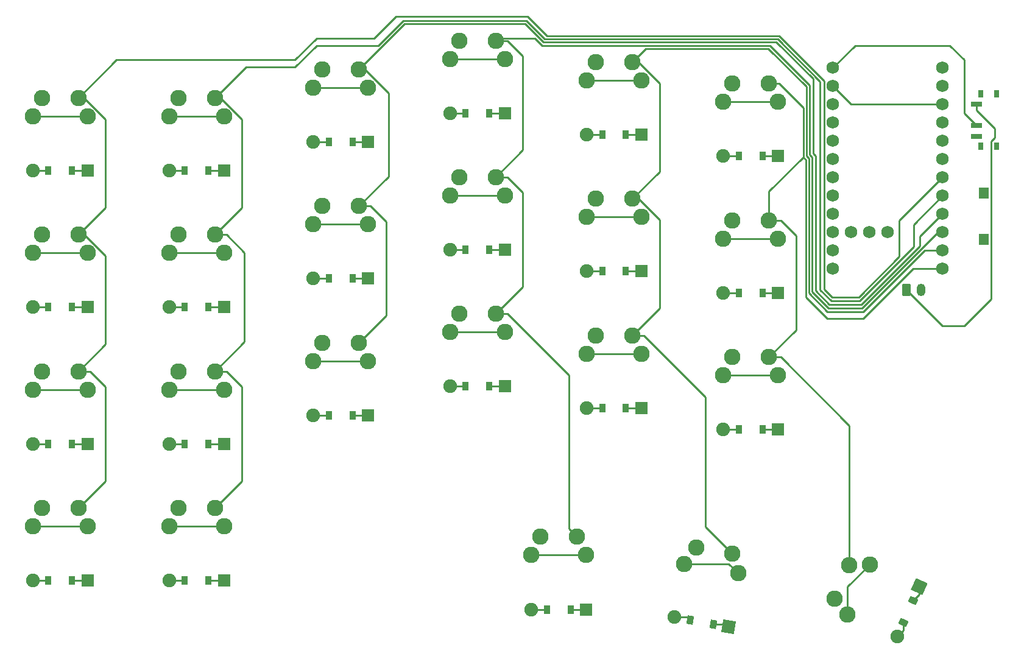
<source format=gbl>
%TF.GenerationSoftware,KiCad,Pcbnew,9.0.2*%
%TF.CreationDate,2025-06-03T16:56:12+08:00*%
%TF.ProjectId,experiment,65787065-7269-46d6-956e-742e6b696361,v1.0.0*%
%TF.SameCoordinates,Original*%
%TF.FileFunction,Copper,L2,Bot*%
%TF.FilePolarity,Positive*%
%FSLAX46Y46*%
G04 Gerber Fmt 4.6, Leading zero omitted, Abs format (unit mm)*
G04 Created by KiCad (PCBNEW 9.0.2) date 2025-06-03 16:56:12*
%MOMM*%
%LPD*%
G01*
G04 APERTURE LIST*
G04 Aperture macros list*
%AMRoundRect*
0 Rectangle with rounded corners*
0 $1 Rounding radius*
0 $2 $3 $4 $5 $6 $7 $8 $9 X,Y pos of 4 corners*
0 Add a 4 corners polygon primitive as box body*
4,1,4,$2,$3,$4,$5,$6,$7,$8,$9,$2,$3,0*
0 Add four circle primitives for the rounded corners*
1,1,$1+$1,$2,$3*
1,1,$1+$1,$4,$5*
1,1,$1+$1,$6,$7*
1,1,$1+$1,$8,$9*
0 Add four rect primitives between the rounded corners*
20,1,$1+$1,$2,$3,$4,$5,0*
20,1,$1+$1,$4,$5,$6,$7,0*
20,1,$1+$1,$6,$7,$8,$9,0*
20,1,$1+$1,$8,$9,$2,$3,0*%
%AMRotRect*
0 Rectangle, with rotation*
0 The origin of the aperture is its center*
0 $1 length*
0 $2 width*
0 $3 Rotation angle, in degrees counterclockwise*
0 Add horizontal line*
21,1,$1,$2,0,0,$3*%
G04 Aperture macros list end*
%TA.AperFunction,ComponentPad*%
%ADD10C,2.286000*%
%TD*%
%TA.AperFunction,ComponentPad*%
%ADD11R,1.778000X1.778000*%
%TD*%
%TA.AperFunction,SMDPad,CuDef*%
%ADD12R,0.900000X1.200000*%
%TD*%
%TA.AperFunction,ComponentPad*%
%ADD13C,1.905000*%
%TD*%
%TA.AperFunction,SMDPad,CuDef*%
%ADD14R,0.800000X1.000000*%
%TD*%
%TA.AperFunction,SMDPad,CuDef*%
%ADD15R,1.500000X0.700000*%
%TD*%
%TA.AperFunction,ComponentPad*%
%ADD16RoundRect,0.250000X-0.350000X-0.625000X0.350000X-0.625000X0.350000X0.625000X-0.350000X0.625000X0*%
%TD*%
%TA.AperFunction,ComponentPad*%
%ADD17O,1.200000X1.750000*%
%TD*%
%TA.AperFunction,ComponentPad*%
%ADD18RotRect,1.778000X1.778000X170.000000*%
%TD*%
%TA.AperFunction,SMDPad,CuDef*%
%ADD19RotRect,0.900000X1.200000X170.000000*%
%TD*%
%TA.AperFunction,ComponentPad*%
%ADD20R,1.400000X1.500000*%
%TD*%
%TA.AperFunction,ComponentPad*%
%ADD21C,1.752600*%
%TD*%
%TA.AperFunction,ComponentPad*%
%ADD22RotRect,1.778000X1.778000X246.000000*%
%TD*%
%TA.AperFunction,SMDPad,CuDef*%
%ADD23RotRect,0.900000X1.200000X246.000000*%
%TD*%
%TA.AperFunction,Conductor*%
%ADD24C,0.250000*%
%TD*%
G04 APERTURE END LIST*
D10*
%TO.P,S3,1*%
%TO.N,P022*%
X130810000Y-109320000D03*
X135890000Y-109320000D03*
%TO.P,S3,2*%
%TO.N,pinkyfar_home*%
X129540000Y-111860000D03*
X137160000Y-111860000D03*
%TD*%
%TO.P,S7,1*%
%TO.N,P024*%
X149810000Y-109320000D03*
X154890000Y-109320000D03*
%TO.P,S7,2*%
%TO.N,pinky_home*%
X148540000Y-111860000D03*
X156160000Y-111860000D03*
%TD*%
%TO.P,S13,1*%
%TO.N,P011*%
X188812500Y-101320000D03*
X193892500Y-101320000D03*
%TO.P,S13,2*%
%TO.N,middle_home*%
X187542500Y-103860000D03*
X195162500Y-103860000D03*
%TD*%
D11*
%TO.P,D20,1*%
%TO.N,P029*%
X233162500Y-98400000D03*
D12*
X231002500Y-98400000D03*
%TO.P,D20,2*%
%TO.N,indexfar_top*%
X227702500Y-98400000D03*
D13*
X225542500Y-98400000D03*
%TD*%
D11*
%TO.P,D5,1*%
%TO.N,P113*%
X156160000Y-157400000D03*
D12*
X154000000Y-157400000D03*
%TO.P,D5,2*%
%TO.N,pinky_mod*%
X150700000Y-157400000D03*
D13*
X148540000Y-157400000D03*
%TD*%
D10*
%TO.P,S12,1*%
%TO.N,P011*%
X188812500Y-120320000D03*
X193892500Y-120320000D03*
%TO.P,S12,2*%
%TO.N,middle_low*%
X187542500Y-122860000D03*
X195162500Y-122860000D03*
%TD*%
D11*
%TO.P,D10,1*%
%TO.N,P002*%
X176162500Y-115400000D03*
D12*
X174002500Y-115400000D03*
%TO.P,D10,2*%
%TO.N,ring_home*%
X170702500Y-115400000D03*
D13*
X168542500Y-115400000D03*
%TD*%
D11*
%TO.P,D8,1*%
%TO.N,P029*%
X156160000Y-100400000D03*
D12*
X154000000Y-100400000D03*
%TO.P,D8,2*%
%TO.N,pinky_top*%
X150700000Y-100400000D03*
D13*
X148540000Y-100400000D03*
%TD*%
D14*
%TO.P,T1,*%
%TO.N,*%
X261338500Y-97050000D03*
X263548500Y-97050000D03*
D15*
X260688500Y-95650000D03*
D14*
X261338500Y-89750000D03*
X263548500Y-89750000D03*
D15*
%TO.P,T1,1*%
%TO.N,pos*%
X260688500Y-91150000D03*
%TO.P,T1,2*%
%TO.N,RAW*%
X260688500Y-94150000D03*
%TD*%
D10*
%TO.P,S19,1*%
%TO.N,P106*%
X226812500Y-107320000D03*
X231892500Y-107320000D03*
%TO.P,S19,2*%
%TO.N,indexfar_home*%
X225542500Y-109860000D03*
X233162500Y-109860000D03*
%TD*%
D11*
%TO.P,D17,1*%
%TO.N,P029*%
X214162500Y-95400000D03*
D12*
X212002500Y-95400000D03*
%TO.P,D17,2*%
%TO.N,index_top*%
X208702500Y-95400000D03*
D13*
X206542500Y-95400000D03*
%TD*%
D10*
%TO.P,S1,1*%
%TO.N,P022*%
X130810000Y-147320000D03*
X135890000Y-147320000D03*
%TO.P,S1,2*%
%TO.N,pinkyfar_mod*%
X129540000Y-149860000D03*
X137160000Y-149860000D03*
%TD*%
%TO.P,S17,1*%
%TO.N,P104*%
X207812500Y-85320000D03*
X212892500Y-85320000D03*
%TO.P,S17,2*%
%TO.N,index_top*%
X206542500Y-87860000D03*
X214162500Y-87860000D03*
%TD*%
%TO.P,S11,1*%
%TO.N,P100*%
X169812500Y-86320000D03*
X174892500Y-86320000D03*
%TO.P,S11,2*%
%TO.N,ring_top*%
X168542500Y-88860000D03*
X176162500Y-88860000D03*
%TD*%
D11*
%TO.P,D4,1*%
%TO.N,P029*%
X137160000Y-100400000D03*
D12*
X135000000Y-100400000D03*
%TO.P,D4,2*%
%TO.N,pinkyfar_top*%
X131700000Y-100400000D03*
D13*
X129540000Y-100400000D03*
%TD*%
D11*
%TO.P,D12,1*%
%TO.N,P115*%
X195162500Y-130400000D03*
D12*
X193002500Y-130400000D03*
%TO.P,D12,2*%
%TO.N,middle_low*%
X189702500Y-130400000D03*
D13*
X187542500Y-130400000D03*
%TD*%
D10*
%TO.P,S16,1*%
%TO.N,P104*%
X207812500Y-104320000D03*
X212892500Y-104320000D03*
%TO.P,S16,2*%
%TO.N,index_home*%
X206542500Y-106860000D03*
X214162500Y-106860000D03*
%TD*%
%TO.P,S21,1*%
%TO.N,P011*%
X200142500Y-151320000D03*
X205222500Y-151320000D03*
%TO.P,S21,2*%
%TO.N,layer2_layerkey*%
X198872500Y-153860000D03*
X206492500Y-153860000D03*
%TD*%
D11*
%TO.P,D15,1*%
%TO.N,P115*%
X214162500Y-133400000D03*
D12*
X212002500Y-133400000D03*
%TO.P,D15,2*%
%TO.N,index_low*%
X208702500Y-133400000D03*
D13*
X206542500Y-133400000D03*
%TD*%
D10*
%TO.P,S20,1*%
%TO.N,P106*%
X226812500Y-88320000D03*
X231892500Y-88320000D03*
%TO.P,S20,2*%
%TO.N,indexfar_top*%
X225542500Y-90860000D03*
X233162500Y-90860000D03*
%TD*%
D11*
%TO.P,D18,1*%
%TO.N,P115*%
X233162500Y-136400000D03*
D12*
X231002500Y-136400000D03*
%TO.P,D18,2*%
%TO.N,indexfar_low*%
X227702500Y-136400000D03*
D13*
X225542500Y-136400000D03*
%TD*%
D11*
%TO.P,D11,1*%
%TO.N,P029*%
X176162500Y-96400000D03*
D12*
X174002500Y-96400000D03*
%TO.P,D11,2*%
%TO.N,ring_top*%
X170702500Y-96400000D03*
D13*
X168542500Y-96400000D03*
%TD*%
D16*
%TO.P,_1,1*%
%TO.N,pos*%
X251000000Y-117000000D03*
D17*
%TO.P,_1,2*%
%TO.N,GND*%
X253000000Y-117000000D03*
%TD*%
D11*
%TO.P,D13,1*%
%TO.N,P002*%
X195162500Y-111400000D03*
D12*
X193002500Y-111400000D03*
%TO.P,D13,2*%
%TO.N,middle_home*%
X189702500Y-111400000D03*
D13*
X187542500Y-111400000D03*
%TD*%
D11*
%TO.P,D19,1*%
%TO.N,P002*%
X233162500Y-117400000D03*
D12*
X231002500Y-117400000D03*
%TO.P,D19,2*%
%TO.N,indexfar_home*%
X227702500Y-117400000D03*
D13*
X225542500Y-117400000D03*
%TD*%
D11*
%TO.P,D3,1*%
%TO.N,P002*%
X137160000Y-119400000D03*
D12*
X135000000Y-119400000D03*
%TO.P,D3,2*%
%TO.N,pinkyfar_home*%
X131700000Y-119400000D03*
D13*
X129540000Y-119400000D03*
%TD*%
D11*
%TO.P,D14,1*%
%TO.N,P029*%
X195162500Y-92400000D03*
D12*
X193002500Y-92400000D03*
%TO.P,D14,2*%
%TO.N,middle_top*%
X189702500Y-92400000D03*
D13*
X187542500Y-92400000D03*
%TD*%
D18*
%TO.P,D22,1*%
%TO.N,P113*%
X226275522Y-163810147D03*
D19*
X224148335Y-163435066D03*
%TO.P,D22,2*%
%TO.N,layer1_layerkey*%
X220898469Y-162862028D03*
D13*
X218771282Y-162486947D03*
%TD*%
D11*
%TO.P,D9,1*%
%TO.N,P115*%
X176162500Y-134400000D03*
D12*
X174002500Y-134400000D03*
%TO.P,D9,2*%
%TO.N,ring_low*%
X170702500Y-134400000D03*
D13*
X168542500Y-134400000D03*
%TD*%
D11*
%TO.P,D2,1*%
%TO.N,P115*%
X137160000Y-138400000D03*
D12*
X135000000Y-138400000D03*
%TO.P,D2,2*%
%TO.N,pinkyfar_low*%
X131700000Y-138400000D03*
D13*
X129540000Y-138400000D03*
%TD*%
D10*
%TO.P,S5,1*%
%TO.N,P024*%
X149810000Y-147320000D03*
X154890000Y-147320000D03*
%TO.P,S5,2*%
%TO.N,pinky_mod*%
X148540000Y-149860000D03*
X156160000Y-149860000D03*
%TD*%
D11*
%TO.P,D16,1*%
%TO.N,P002*%
X214162500Y-114400000D03*
D12*
X212002500Y-114400000D03*
%TO.P,D16,2*%
%TO.N,index_home*%
X208702500Y-114400000D03*
D13*
X206542500Y-114400000D03*
%TD*%
D10*
%TO.P,S2,1*%
%TO.N,P022*%
X130810000Y-128320000D03*
X135890000Y-128320000D03*
%TO.P,S2,2*%
%TO.N,pinkyfar_low*%
X129540000Y-130860000D03*
X137160000Y-130860000D03*
%TD*%
D11*
%TO.P,D7,1*%
%TO.N,P002*%
X156160000Y-119400000D03*
D12*
X154000000Y-119400000D03*
%TO.P,D7,2*%
%TO.N,pinky_home*%
X150700000Y-119400000D03*
D13*
X148540000Y-119400000D03*
%TD*%
D10*
%TO.P,S6,1*%
%TO.N,P024*%
X149810000Y-128320000D03*
X154890000Y-128320000D03*
%TO.P,S6,2*%
%TO.N,pinky_low*%
X148540000Y-130860000D03*
X156160000Y-130860000D03*
%TD*%
%TO.P,S10,1*%
%TO.N,P100*%
X169812500Y-105320000D03*
X174892500Y-105320000D03*
%TO.P,S10,2*%
%TO.N,ring_home*%
X168542500Y-107860000D03*
X176162500Y-107860000D03*
%TD*%
%TO.P,S18,1*%
%TO.N,P106*%
X226812500Y-126320000D03*
X231892500Y-126320000D03*
%TO.P,S18,2*%
%TO.N,indexfar_low*%
X225542500Y-128860000D03*
X233162500Y-128860000D03*
%TD*%
%TO.P,S15,1*%
%TO.N,P104*%
X207812500Y-123320000D03*
X212892500Y-123320000D03*
%TO.P,S15,2*%
%TO.N,index_low*%
X206542500Y-125860000D03*
X214162500Y-125860000D03*
%TD*%
D11*
%TO.P,D21,1*%
%TO.N,P113*%
X206492500Y-161400000D03*
D12*
X204332500Y-161400000D03*
%TO.P,D21,2*%
%TO.N,layer2_layerkey*%
X201032500Y-161400000D03*
D13*
X198872500Y-161400000D03*
%TD*%
D20*
%TO.P,S24,1*%
%TO.N,RST*%
X261737500Y-103485000D03*
%TO.P,S24,2*%
%TO.N,GND*%
X261737500Y-109985000D03*
%TD*%
D11*
%TO.P,D1,1*%
%TO.N,P113*%
X137160000Y-157400000D03*
D12*
X135000000Y-157400000D03*
%TO.P,D1,2*%
%TO.N,pinkyfar_mod*%
X131700000Y-157400000D03*
D13*
X129540000Y-157400000D03*
%TD*%
D11*
%TO.P,D6,1*%
%TO.N,P115*%
X156160000Y-138400000D03*
D12*
X154000000Y-138400000D03*
%TO.P,D6,2*%
%TO.N,pinky_low*%
X150700000Y-138400000D03*
D13*
X148540000Y-138400000D03*
%TD*%
D10*
%TO.P,S23,1*%
%TO.N,P106*%
X240998353Y-159902780D03*
X243064575Y-155261969D03*
%TO.P,S23,2*%
%TO.N,space_layerkey*%
X242802203Y-162096094D03*
X245901536Y-155134878D03*
%TD*%
%TO.P,S4,1*%
%TO.N,P022*%
X130810000Y-90320000D03*
X135890000Y-90320000D03*
%TO.P,S4,2*%
%TO.N,pinkyfar_top*%
X129540000Y-92860000D03*
X137160000Y-92860000D03*
%TD*%
%TO.P,S22,1*%
%TO.N,P104*%
X221772364Y-152780618D03*
X226775187Y-153662751D03*
%TO.P,S22,2*%
%TO.N,layer1_layerkey*%
X220080592Y-155061497D03*
X227584827Y-156384696D03*
%TD*%
D21*
%TO.P,MCU1,1*%
%TO.N,P006*%
X256022500Y-86097500D03*
%TO.P,MCU1,2*%
%TO.N,P008*%
X256022500Y-88637500D03*
%TO.P,MCU1,3*%
%TO.N,GND*%
X256022500Y-91177500D03*
%TO.P,MCU1,4*%
X256022500Y-93717500D03*
%TO.P,MCU1,5*%
%TO.N,P017*%
X256022500Y-96257500D03*
%TO.P,MCU1,6*%
%TO.N,P020*%
X256022500Y-98797500D03*
%TO.P,MCU1,7*%
%TO.N,P022*%
X256022500Y-101337500D03*
%TO.P,MCU1,8*%
%TO.N,P024*%
X256022500Y-103877500D03*
%TO.P,MCU1,9*%
%TO.N,P100*%
X256022500Y-106417500D03*
%TO.P,MCU1,10*%
%TO.N,P011*%
X256022500Y-108957500D03*
%TO.P,MCU1,11*%
%TO.N,P104*%
X256022500Y-111497500D03*
%TO.P,MCU1,12*%
%TO.N,P106*%
X256022500Y-114037500D03*
%TO.P,MCU1,13*%
%TO.N,P009*%
X240782500Y-114037500D03*
%TO.P,MCU1,14*%
%TO.N,P010*%
X240782500Y-111497500D03*
%TO.P,MCU1,15*%
%TO.N,P111*%
X240782500Y-108957500D03*
%TO.P,MCU1,16*%
%TO.N,P113*%
X240782500Y-106417500D03*
%TO.P,MCU1,17*%
%TO.N,P115*%
X240782500Y-103877500D03*
%TO.P,MCU1,18*%
%TO.N,P002*%
X240782500Y-101337500D03*
%TO.P,MCU1,19*%
%TO.N,P029*%
X240782500Y-98797500D03*
%TO.P,MCU1,20*%
%TO.N,P031*%
X240782500Y-96257500D03*
%TO.P,MCU1,21*%
%TO.N,VCC*%
X240782500Y-93717500D03*
%TO.P,MCU1,22*%
%TO.N,RST*%
X240782500Y-91177500D03*
%TO.P,MCU1,23*%
%TO.N,GND*%
X240782500Y-88637500D03*
%TO.P,MCU1,24*%
%TO.N,RAW*%
X240782500Y-86097500D03*
%TO.P,MCU1,31*%
%TO.N,P101*%
X243322500Y-108957500D03*
%TO.P,MCU1,32*%
%TO.N,P102*%
X245862500Y-108957500D03*
%TO.P,MCU1,33*%
%TO.N,P107*%
X248402500Y-108957500D03*
%TD*%
D10*
%TO.P,S14,1*%
%TO.N,P011*%
X188812500Y-82320000D03*
X193892500Y-82320000D03*
%TO.P,S14,2*%
%TO.N,middle_top*%
X187542500Y-84860000D03*
X195162500Y-84860000D03*
%TD*%
%TO.P,S9,1*%
%TO.N,P100*%
X169812500Y-124320000D03*
X174892500Y-124320000D03*
%TO.P,S9,2*%
%TO.N,ring_low*%
X168542500Y-126860000D03*
X176162500Y-126860000D03*
%TD*%
%TO.P,S8,1*%
%TO.N,P024*%
X149810000Y-90320000D03*
X154890000Y-90320000D03*
%TO.P,S8,2*%
%TO.N,pinky_top*%
X148540000Y-92860000D03*
X156160000Y-92860000D03*
%TD*%
D22*
%TO.P,D23,1*%
%TO.N,P113*%
X252789669Y-158201672D03*
D23*
X251911117Y-160174930D03*
%TO.P,D23,2*%
%TO.N,space_layerkey*%
X250568887Y-163189630D03*
D13*
X249690335Y-165162888D03*
%TD*%
D24*
%TO.N,P022*%
X136697480Y-90320000D02*
X139656900Y-93279420D01*
X244362190Y-118000000D02*
X250000000Y-112362190D01*
X137506446Y-128320000D02*
X139656900Y-130470454D01*
X136697480Y-109320000D02*
X139656900Y-112279420D01*
X250000000Y-112362190D02*
X250000000Y-107360000D01*
X250000000Y-107360000D02*
X256022500Y-101337500D01*
X240637810Y-118000000D02*
X244362190Y-118000000D01*
X139656900Y-112279420D02*
X139656900Y-124553100D01*
X180000000Y-79000000D02*
X198353000Y-79000000D01*
X139656900Y-124553100D02*
X135890000Y-128320000D01*
X135890000Y-90320000D02*
X136697480Y-90320000D01*
X239580200Y-116942390D02*
X240637810Y-118000000D01*
X198353000Y-79000000D02*
X201000000Y-81647000D01*
X135890000Y-90320000D02*
X141210000Y-85000000D01*
X177000000Y-82000000D02*
X180000000Y-79000000D01*
X166000000Y-85000000D02*
X169000000Y-82000000D01*
X139656900Y-93279420D02*
X139656900Y-105553100D01*
X139656900Y-105553100D02*
X135890000Y-109320000D01*
X201000000Y-81647000D02*
X233284810Y-81647000D01*
X169000000Y-82000000D02*
X177000000Y-82000000D01*
X141210000Y-85000000D02*
X166000000Y-85000000D01*
X239580200Y-87942390D02*
X239580200Y-116942390D01*
X135890000Y-128320000D02*
X137506446Y-128320000D01*
X139656900Y-130470454D02*
X139656900Y-143553100D01*
X139656900Y-143553100D02*
X135890000Y-147320000D01*
X135890000Y-109320000D02*
X136697480Y-109320000D01*
X233284810Y-81647000D02*
X239580200Y-87942390D01*
%TO.N,pinkyfar_mod*%
X129540000Y-149860000D02*
X137160000Y-149860000D01*
X129540000Y-157400000D02*
X131700000Y-157400000D01*
%TO.N,pinkyfar_low*%
X137160000Y-130860000D02*
X129540000Y-130860000D01*
X129540000Y-138400000D02*
X131700000Y-138400000D01*
%TO.N,pinkyfar_home*%
X129540000Y-111860000D02*
X137160000Y-111860000D01*
X131700000Y-119400000D02*
X129540000Y-119400000D01*
%TO.N,pinkyfar_top*%
X129540000Y-100400000D02*
X131700000Y-100400000D01*
X129540000Y-92860000D02*
X137160000Y-92860000D01*
%TO.N,P024*%
X244451000Y-118549000D02*
X252000000Y-111000000D01*
X154890000Y-90320000D02*
X159210000Y-86000000D01*
X252000000Y-107900000D02*
X256022500Y-103877500D01*
X155697480Y-90320000D02*
X158656900Y-93279420D01*
X158656900Y-143553100D02*
X154890000Y-147320000D01*
X154890000Y-90320000D02*
X155697480Y-90320000D01*
X177574690Y-83000000D02*
X181025690Y-79549000D01*
X233098000Y-82098000D02*
X239000000Y-88000000D01*
X166000000Y-86000000D02*
X169000000Y-83000000D01*
X200735810Y-82098000D02*
X233098000Y-82098000D01*
X154890000Y-128320000D02*
X156506446Y-128320000D01*
X198186810Y-79549000D02*
X200735810Y-82098000D01*
X159000000Y-124210000D02*
X154890000Y-128320000D01*
X158656900Y-93279420D02*
X158656900Y-105553100D01*
X159210000Y-86000000D02*
X166000000Y-86000000D01*
X156506446Y-109320000D02*
X159000000Y-111813554D01*
X181025690Y-79549000D02*
X198186810Y-79549000D01*
X169000000Y-83000000D02*
X177574690Y-83000000D01*
X154890000Y-109320000D02*
X156506446Y-109320000D01*
X159000000Y-111813554D02*
X159000000Y-124210000D01*
X156506446Y-128320000D02*
X158656900Y-130470454D01*
X158656900Y-130470454D02*
X158656900Y-143553100D01*
X252000000Y-111000000D02*
X252000000Y-107900000D01*
X158656900Y-105553100D02*
X154890000Y-109320000D01*
X239000000Y-88000000D02*
X239000000Y-117000000D01*
X239000000Y-117000000D02*
X240549000Y-118549000D01*
X240549000Y-118549000D02*
X244451000Y-118549000D01*
%TO.N,pinky_mod*%
X156160000Y-149860000D02*
X148540000Y-149860000D01*
X148540000Y-157400000D02*
X150700000Y-157400000D01*
%TO.N,pinky_low*%
X148540000Y-138400000D02*
X150700000Y-138400000D01*
X148540000Y-130860000D02*
X156160000Y-130860000D01*
%TO.N,pinky_home*%
X148540000Y-119400000D02*
X150700000Y-119400000D01*
X148540000Y-111860000D02*
X156160000Y-111860000D01*
%TO.N,pinky_top*%
X148540000Y-100400000D02*
X150700000Y-100400000D01*
X148540000Y-92860000D02*
X156160000Y-92860000D01*
%TO.N,P100*%
X238353000Y-117077380D02*
X240275620Y-119000000D01*
X174892500Y-105320000D02*
X176508946Y-105320000D01*
X174892500Y-86320000D02*
X181212500Y-80000000D01*
X175699980Y-86320000D02*
X179000000Y-89620020D01*
X179000000Y-89620020D02*
X179000000Y-101212500D01*
X252862190Y-110862190D02*
X252862190Y-109577810D01*
X178659400Y-107470454D02*
X178659400Y-120553100D01*
X240275620Y-119000000D02*
X244724380Y-119000000D01*
X181212500Y-80000000D02*
X198000000Y-80000000D01*
X238000000Y-87637810D02*
X238000000Y-98000000D01*
X238000000Y-98000000D02*
X238353000Y-98353000D01*
X244724380Y-119000000D02*
X252862190Y-110862190D01*
X252862190Y-109577810D02*
X256022500Y-106417500D01*
X176508946Y-105320000D02*
X178659400Y-107470454D01*
X198000000Y-80000000D02*
X200549000Y-82549000D01*
X200549000Y-82549000D02*
X232911190Y-82549000D01*
X179000000Y-101212500D02*
X174892500Y-105320000D01*
X174892500Y-86320000D02*
X175699980Y-86320000D01*
X178659400Y-120553100D02*
X174892500Y-124320000D01*
X232911190Y-82549000D02*
X238000000Y-87637810D01*
X238353000Y-98353000D02*
X238353000Y-117077380D01*
%TO.N,ring_low*%
X176162500Y-126860000D02*
X168542500Y-126860000D01*
X168542500Y-134400000D02*
X170702500Y-134400000D01*
%TO.N,ring_home*%
X176162500Y-107860000D02*
X168542500Y-107860000D01*
X168542500Y-115400000D02*
X170702500Y-115400000D01*
%TO.N,ring_top*%
X168542500Y-88860000D02*
X176162500Y-88860000D01*
X170702500Y-96400000D02*
X168542500Y-96400000D01*
%TO.N,P011*%
X244813190Y-119549000D02*
X255404690Y-108957500D01*
X237549000Y-88549000D02*
X237549000Y-98186810D01*
X204045600Y-128856654D02*
X204045600Y-150143100D01*
X237902000Y-98539810D02*
X237902000Y-117264190D01*
X199362190Y-82000000D02*
X200362190Y-83000000D01*
X195508946Y-120320000D02*
X204045600Y-128856654D01*
X197659400Y-84470454D02*
X197659400Y-97553100D01*
X197659400Y-97553100D02*
X193892500Y-101320000D01*
X194212500Y-82000000D02*
X199362190Y-82000000D01*
X232000000Y-83000000D02*
X237549000Y-88549000D01*
X197659400Y-103470454D02*
X197659400Y-116553100D01*
X193892500Y-82320000D02*
X194212500Y-82000000D01*
X193892500Y-101320000D02*
X195508946Y-101320000D01*
X193892500Y-82320000D02*
X195508946Y-82320000D01*
X195508946Y-101320000D02*
X197659400Y-103470454D01*
X255404690Y-108957500D02*
X256022500Y-108957500D01*
X240186810Y-119549000D02*
X244813190Y-119549000D01*
X195508946Y-82320000D02*
X197659400Y-84470454D01*
X237549000Y-98186810D02*
X237902000Y-98539810D01*
X200362190Y-83000000D02*
X232000000Y-83000000D01*
X193892500Y-120320000D02*
X195508946Y-120320000D01*
X204045600Y-150143100D02*
X205222500Y-151320000D01*
X197659400Y-116553100D02*
X193892500Y-120320000D01*
X237902000Y-117264190D02*
X240186810Y-119549000D01*
%TO.N,middle_low*%
X187542500Y-122860000D02*
X195162500Y-122860000D01*
X187542500Y-130400000D02*
X189702500Y-130400000D01*
%TO.N,middle_home*%
X187542500Y-111400000D02*
X189702500Y-111400000D01*
X187542500Y-103860000D02*
X195162500Y-103860000D01*
%TO.N,middle_top*%
X187542500Y-92400000D02*
X189702500Y-92400000D01*
X187542500Y-84860000D02*
X195162500Y-84860000D01*
%TO.N,P104*%
X237451000Y-98726620D02*
X237451000Y-117451000D01*
X214761500Y-83451000D02*
X231813190Y-83451000D01*
X223045600Y-131856654D02*
X223045600Y-149933164D01*
X253502500Y-111497500D02*
X256022500Y-111497500D01*
X212892500Y-85320000D02*
X213699980Y-85320000D01*
X214508946Y-123320000D02*
X223045600Y-131856654D01*
X245000000Y-120000000D02*
X253502500Y-111497500D01*
X212892500Y-104320000D02*
X213699980Y-104320000D01*
X213699980Y-104320000D02*
X216659400Y-107279420D01*
X213699980Y-85320000D02*
X216659400Y-88279420D01*
X212892500Y-123320000D02*
X214508946Y-123320000D01*
X216659400Y-88279420D02*
X216659400Y-100553100D01*
X216659400Y-107279420D02*
X216659400Y-119553100D01*
X223045600Y-149933164D02*
X226775187Y-153662751D01*
X237451000Y-117451000D02*
X240000000Y-120000000D01*
X237098000Y-98373620D02*
X237451000Y-98726620D01*
X231813190Y-83451000D02*
X237098000Y-88735810D01*
X237098000Y-88735810D02*
X237098000Y-98373620D01*
X216659400Y-100553100D02*
X212892500Y-104320000D01*
X212892500Y-85320000D02*
X214761500Y-83451000D01*
X216659400Y-119553100D02*
X212892500Y-123320000D01*
X240000000Y-120000000D02*
X245000000Y-120000000D01*
%TO.N,index_low*%
X206542500Y-133400000D02*
X208702500Y-133400000D01*
X206542500Y-125860000D02*
X214162500Y-125860000D01*
%TO.N,index_home*%
X206542500Y-114400000D02*
X208702500Y-114400000D01*
X206542500Y-106860000D02*
X214162500Y-106860000D01*
%TO.N,index_top*%
X206542500Y-87860000D02*
X214162500Y-87860000D01*
X206542500Y-95400000D02*
X208702500Y-95400000D01*
%TO.N,P106*%
X231892500Y-126320000D02*
X233508946Y-126320000D01*
X236647000Y-91647000D02*
X233320000Y-88320000D01*
X233320000Y-88320000D02*
X231892500Y-88320000D01*
X235659400Y-109470454D02*
X235659400Y-122553100D01*
X233508946Y-126320000D02*
X243064575Y-135875629D01*
X251962501Y-114037500D02*
X245000001Y-121000000D01*
X237000000Y-98913430D02*
X236647000Y-98560430D01*
X240000000Y-121000000D02*
X237000000Y-118000000D01*
X231892500Y-103314930D02*
X236647000Y-98560430D01*
X233508946Y-107320000D02*
X235659400Y-109470454D01*
X235659400Y-122553100D02*
X231892500Y-126320000D01*
X256022500Y-114037500D02*
X251962501Y-114037500D01*
X243064575Y-135875629D02*
X243064575Y-155261969D01*
X231892500Y-107320000D02*
X233508946Y-107320000D01*
X237000000Y-118000000D02*
X237000000Y-98913430D01*
X231892500Y-107320000D02*
X231892500Y-103314930D01*
X236647000Y-98560430D02*
X236647000Y-91647000D01*
X226812500Y-88320000D02*
X227624045Y-88320000D01*
X245000001Y-121000000D02*
X240000000Y-121000000D01*
%TO.N,indexfar_low*%
X225542500Y-128860000D02*
X233162500Y-128860000D01*
X225542500Y-136400000D02*
X227702500Y-136400000D01*
%TO.N,indexfar_home*%
X225542500Y-117400000D02*
X227702500Y-117400000D01*
X225542500Y-109860000D02*
X233162500Y-109860000D01*
%TO.N,indexfar_top*%
X225542500Y-98400000D02*
X227702500Y-98400000D01*
X225542500Y-90860000D02*
X233162500Y-90860000D01*
%TO.N,layer2_layerkey*%
X206492500Y-153860000D02*
X198872500Y-153860000D01*
X198872500Y-161400000D02*
X201032500Y-161400000D01*
%TO.N,layer1_layerkey*%
X218771283Y-162486947D02*
X220523388Y-162486947D01*
X220523388Y-162486947D02*
X220898469Y-162862028D01*
X220080592Y-155061497D02*
X226261628Y-155061497D01*
X226261628Y-155061497D02*
X227584827Y-156384696D01*
%TO.N,space_layerkey*%
X250568887Y-164284336D02*
X249690335Y-165162888D01*
X242802203Y-158234211D02*
X242802203Y-162096094D01*
X250568887Y-163189630D02*
X250568887Y-164284336D01*
X245901536Y-155134878D02*
X242802203Y-158234211D01*
%TO.N,RAW*%
X259000000Y-85000000D02*
X257000000Y-83000000D01*
X257000000Y-83000000D02*
X243880000Y-83000000D01*
X243880000Y-83000000D02*
X240782500Y-86097500D01*
X259000000Y-92461500D02*
X259000000Y-85000000D01*
X260688500Y-94150000D02*
X259000000Y-92461500D01*
%TO.N,GND*%
X243322500Y-91177500D02*
X240782500Y-88637500D01*
X256022500Y-91177500D02*
X243322500Y-91177500D01*
%TO.N,P029*%
X193002500Y-92400000D02*
X195162500Y-92400000D01*
X212002500Y-95400000D02*
X214162500Y-95400000D01*
X135000000Y-100400000D02*
X137160000Y-100400000D01*
X231002500Y-98400000D02*
X233162500Y-98400000D01*
X174002500Y-96400000D02*
X176162500Y-96400000D01*
X154000000Y-100400000D02*
X156160000Y-100400000D01*
%TO.N,P002*%
X212002500Y-114400000D02*
X214162500Y-114400000D01*
X174002500Y-115400000D02*
X176162500Y-115400000D01*
X154000000Y-119400000D02*
X156160000Y-119400000D01*
X135000000Y-119400000D02*
X137160000Y-119400000D01*
X231002500Y-117400000D02*
X233162500Y-117400000D01*
X193002500Y-111400000D02*
X195162500Y-111400000D01*
%TO.N,P115*%
X212002500Y-133400000D02*
X214162500Y-133400000D01*
X193002500Y-130400000D02*
X195162500Y-130400000D01*
X135000000Y-138400000D02*
X137160000Y-138400000D01*
X231002500Y-136400000D02*
X233162500Y-136400000D01*
X154000000Y-138400000D02*
X156160000Y-138400000D01*
X174002500Y-134400000D02*
X176162500Y-134400000D01*
%TO.N,P113*%
X224148335Y-163435066D02*
X225900440Y-163435066D01*
X135000000Y-157400000D02*
X137160000Y-157400000D01*
X154000000Y-157400000D02*
X156160000Y-157400000D01*
X252789669Y-158201672D02*
X252789669Y-159296378D01*
X252789669Y-159296378D02*
X251911117Y-160174930D01*
X204332500Y-161400000D02*
X206492500Y-161400000D01*
X225900440Y-163435066D02*
X226275521Y-163810147D01*
%TO.N,pos*%
X263274500Y-94557860D02*
X263274500Y-95790000D01*
X256000000Y-122000000D02*
X251000000Y-117000000D01*
X260688500Y-91971860D02*
X263274500Y-94557860D01*
X259000000Y-122000000D02*
X256000000Y-122000000D01*
X262763500Y-118236500D02*
X259000000Y-122000000D01*
X260688500Y-91150000D02*
X260688500Y-91971860D01*
X262763500Y-96301000D02*
X262763500Y-118236500D01*
X263274500Y-95790000D02*
X262763500Y-96301000D01*
%TD*%
M02*

</source>
